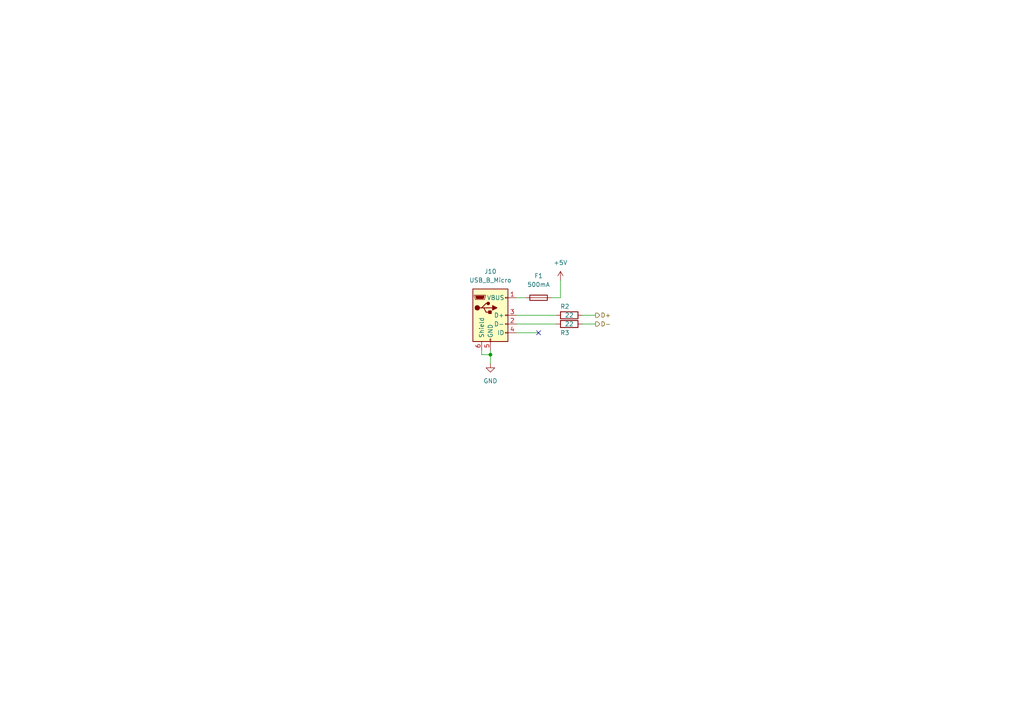
<source format=kicad_sch>
(kicad_sch (version 20211123) (generator eeschema)
  (paper "A4")
  (lib_symbols
    (symbol "Connector:USB_B_Micro" (pin_names (offset 1.016))
      (property "Reference" "J" (at -5.08 11.43 0))
      (property "Value" "USB_B_Micro" (at -5.08 8.89 0))
      (symbol "USB_B_Micro_0_1"
        (rectangle (start -5.08 -7.62) (end 5.08 7.62) (stroke (width 0.254)) (fill (type background)))
        (circle (center -3.81 2.159) (radius 0.635) (stroke (width 0.254)) (fill (type outline)))
        (circle (center -0.635 3.429) (radius 0.381) (stroke (width 0.254)) (fill (type outline)))
        (rectangle (start -0.127 -7.62) (end 0.127 -6.858))
        (polyline (pts (xy -1.905 2.159) (xy 0.635 2.159)) (stroke (width 0.254)))
        (polyline (pts (xy -3.175 2.159) (xy -2.54 2.159) (xy -1.27 3.429) (xy -0.635 3.429)) (stroke (width 0.254)))
        (polyline (pts (xy -2.54 2.159) (xy -1.905 2.159) (xy -1.27 0.889) (xy 0 0.889)) (stroke (width 0.254)))
        (polyline (pts (xy 0.635 2.794) (xy 0.635 1.524) (xy 1.905 2.159) (xy 0.635 2.794)) (stroke (width 0.254)) (fill (type outline)))
        (polyline (pts (xy -4.318 5.588) (xy -1.778 5.588) (xy -2.032 4.826) (xy -4.064 4.826) (xy -4.318 5.588)) (fill (type outline)))
        (polyline (pts (xy -4.699 5.842) (xy -4.699 5.588) (xy -4.445 4.826) (xy -4.445 4.572) (xy -1.651 4.572) (xy -1.651 4.826) (xy -1.397 5.588) (xy -1.397 5.842) (xy -4.699 5.842)))
        (rectangle (start 0.254 1.27) (end -0.508 0.508) (stroke (width 0.254)) (fill (type outline)))
        (rectangle (start 5.08 -5.207) (end 4.318 -4.953))
        (rectangle (start 5.08 -2.667) (end 4.318 -2.413))
        (rectangle (start 5.08 -0.127) (end 4.318 0.127))
        (rectangle (start 5.08 4.953) (end 4.318 5.207))
      )
      (symbol "USB_B_Micro_1_1"
        (pin power_out line (at 7.62 5.08 180) (length 2.54) (name "VBUS") (number "1"))
        (pin bidirectional line (at 7.62 -2.54 180) (length 2.54) (name "D-") (number "2"))
        (pin bidirectional line (at 7.62 0 180) (length 2.54) (name "D+") (number "3"))
        (pin passive line (at 7.62 -5.08 180) (length 2.54) (name "ID") (number "4"))
        (pin power_out line (at 0 -10.16 90) (length 2.54) (name "GND") (number "5"))
        (pin passive line (at -2.54 -10.16 90) (length 2.54) (name "Shield") (number "6"))
      )
    )
    (symbol "Device:Fuse" (pin_numbers hide) (pin_names (offset 0))
      (property "Reference" "F" (at 2.032 0 90))
      (property "Value" "Fuse" (at -1.905 0 90))
      (symbol "Fuse_0_1"
        (rectangle (start -0.762 -2.54) (end 0.762 2.54) (stroke (width 0.254)))
        (polyline (pts (xy 0 2.54) (xy 0 -2.54)))
      )
      (symbol "Fuse_1_1"
        (pin passive line (at 0 3.81 270) (length 1.27) (name "~") (number "1"))
        (pin passive line (at 0 -3.81 90) (length 1.27) (name "~") (number "2"))
      )
    )
    (symbol "Device:R" (pin_numbers hide) (pin_names (offset 0))
      (property "Reference" "R" (at 2.032 0 90))
      (property "Value" "R" (at 0 0 90))
      (symbol "R_0_1"
        (rectangle (start -1.016 -2.54) (end 1.016 2.54) (stroke (width 0.254)))
      )
      (symbol "R_1_1"
        (pin passive line (at 0 3.81 270) (length 1.27) (name "~") (number "1"))
        (pin passive line (at 0 -3.81 90) (length 1.27) (name "~") (number "2"))
      )
    )
    (symbol "power:+5V" (power) (pin_names (offset 0))
      (property "Value" "+5V" (at 0 3.556 0))
      (symbol "+5V_0_1"
        (polyline (pts (xy -0.762 1.27) (xy 0 2.54)))
        (polyline (pts (xy 0 0) (xy 0 2.54)))
        (polyline (pts (xy 0 2.54) (xy 0.762 1.27)))
      )
      (symbol "+5V_1_1"
        (pin power_in line (at 0 0 90) (length 0) hide (name "+5V") (number "1"))
      )
    )
    (symbol "power:GND" (power) (pin_names (offset 0))
      (property "Value" "GND" (at 0 -3.81 0))
      (symbol "GND_0_1"
        (polyline (pts (xy 0 0) (xy 0 -1.27) (xy 1.27 -1.27) (xy 0 -2.54) (xy -1.27 -1.27) (xy 0 -1.27)))
      )
      (symbol "GND_1_1"
        (pin power_in line (at 0 0 270) (length 0) hide (name "GND") (number "1"))
      )
    )
  )
  (junction (at 142.24 102.87))
  (no_connect (at 156.21 96.52))
  (wire (pts (xy 149.86 96.52) (xy 156.21 96.52)))
  (wire (pts (xy 139.7 102.87) (xy 142.24 102.87)))
  (wire (pts (xy 162.56 86.36) (xy 162.56 81.28)))
  (wire (pts (xy 149.86 91.44) (xy 161.29 91.44)))
  (wire (pts (xy 142.24 102.87) (xy 142.24 105.41)))
  (wire (pts (xy 149.86 93.98) (xy 161.29 93.98)))
  (wire (pts (xy 168.91 91.44) (xy 172.72 91.44)))
  (wire (pts (xy 168.91 93.98) (xy 172.72 93.98)))
  (wire (pts (xy 139.7 101.6) (xy 139.7 102.87)))
  (wire (pts (xy 142.24 101.6) (xy 142.24 102.87)))
  (wire (pts (xy 160.02 86.36) (xy 162.56 86.36)))
  (wire (pts (xy 149.86 86.36) (xy 152.4 86.36)))
  (hierarchical_label "D-" (shape output) (at 172.72 93.98 0))
  (hierarchical_label "D+" (shape output) (at 172.72 91.44 0))
  (symbol (lib_id "Device:R") (at 165.1 93.98 90) (unit 1)
    (property "Reference" "R3" (at 163.83 96.52 90))
    (property "Value" "22" (at 165.1 93.98 90))
    (property "Footprint" "Resistor_SMD:R_1206_3216Metric_Pad1.30x1.75mm_HandSolder" (effects hide))
    (property "MPN" "RCC1206 100 22R 1% ET1 E3" (effects hide))
    (property "Stock" "https://www.digikey.com/en/products/detail/vishay-dale/RCC120622R0FKEA/13667242?utm_adgroup=Resistors&utm_source=google&utm_medium=cpc&utm_campaign=Shopping_Supplier_Vishay&utm_term=&utm_content=Resistors" (effects hide))
  )
  (symbol (lib_id "Connector:USB_B_Micro") (at 142.24 91.44 0) (unit 1)
    (property "Reference" "J10" (at 142.24 78.74 0))
    (property "Value" "USB_B_Micro" (at 142.24 81.28 0))
    (property "Footprint" "Connector_USB:USB_Micro-B_Molex_47346-0001" (effects hide))
    (property "Datasheet" "https://www.molex.com/pdm_docs/sd/473460001_sd.pdf" (effects hide))
    (property "Note" "USB_B_Micro" (effects hide))
    (property "Stock" "https://www.digikey.com/en/products/detail/molex/0473460001/1782470" (effects hide))
  )
  (symbol (lib_id "power:GND") (at 142.24 105.41 0) (unit 1)
    (property "Reference" "#PWR026" (effects hide))
    (property "Value" "GND" (at 142.24 110.49 0))
  )
  (symbol (lib_id "Device:Fuse") (at 156.21 86.36 90) (unit 1)
    (property "Reference" "F1" (at 156.21 80.01 90))
    (property "Value" "500mA" (at 156.21 82.55 90))
    (property "Footprint" "Fuse:Fuse_0603_1608Metric_Pad1.05x0.95mm_HandSolder" (effects hide))
    (property "MPN" "FUSE BRD MNT 0.5A 63VDC 0603" (effects hide))
    (property "Stock" "https://www.digikey.com/en/products/detail/bel-fuse-inc/0686F0500-01/7427694" (effects hide))
    (property "Note" "Not resettable" (effects hide))
  )
  (symbol (lib_id "power:+5V") (at 162.56 81.28 0) (unit 1)
    (property "Reference" "#PWR027" (effects hide))
    (property "Value" "+5V" (at 162.56 76.2 0))
  )
  (symbol (lib_id "Device:R") (at 165.1 91.44 90) (unit 1)
    (property "Reference" "R2" (at 163.83 88.9 90))
    (property "Value" "22" (at 165.1 91.44 90))
    (property "Footprint" "Resistor_SMD:R_1206_3216Metric_Pad1.30x1.75mm_HandSolder" (effects hide))
    (property "MPN" "RCC1206 100 22R 1% ET1 E3" (effects hide))
    (property "Stock" "https://www.digikey.com/en/products/detail/vishay-dale/RCC120622R0FKEA/13667242?utm_adgroup=Resistors&utm_source=google&utm_medium=cpc&utm_campaign=Shopping_Supplier_Vishay&utm_term=&utm_content=Resistors" (effects hide))
  )
)
</source>
